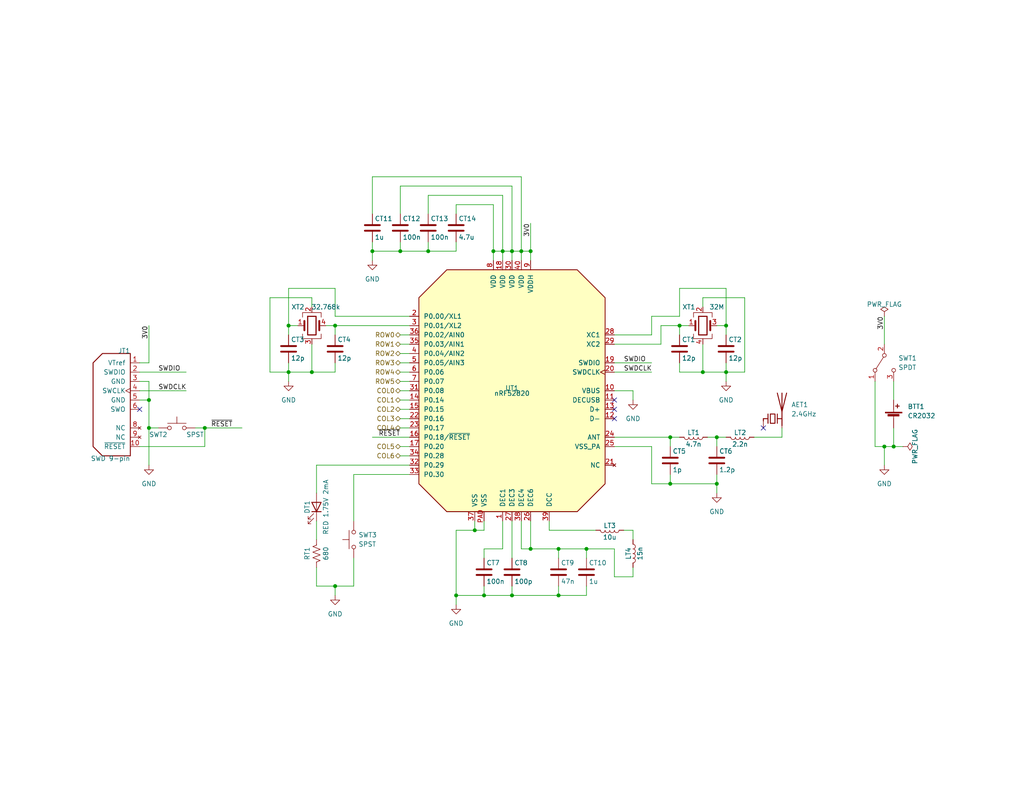
<source format=kicad_sch>
(kicad_sch (version 20211123) (generator eeschema)
  (paper "USLetter")
  (title_block (title "ErgoDox Wireless - Keyboard") (date "2023-01-05") (rev "0") (company "Andrew Mass") (comment 1 "Microcontroller"))
  (lib_symbols
    (symbol "Device:Antenna_Chip" (pin_numbers hide) (pin_names (offset 1.016) hide)
      (property "Reference" "AE" (at 0 5.08 0))
      (property "Value" "Antenna_Chip" (at 0 3.175 0))
      (symbol "Antenna_Chip_0_1"
        (polyline (pts (xy -2.54 0) (xy -2.54 -0.635)) (stroke (width 0.254)))
        (polyline (pts (xy -2.54 0) (xy -1.27 0)) (stroke (width 0.254)))
        (polyline (pts (xy 1.27 0) (xy 2.54 0)) (stroke (width 0.254)))
        (polyline (pts (xy 1.27 1.27) (xy 1.27 -1.27)) (stroke (width 0.254)))
        (polyline (pts (xy 2.54 -0.635) (xy 2.54 0)))
        (polyline (pts (xy 2.54 6.985) (xy 2.54 -1.905)) (stroke (width 0.254)))
        (polyline (pts (xy -1.27 1.27) (xy -1.27 -1.27) (xy -1.27 0)) (stroke (width 0.254)))
        (polyline (pts (xy 3.81 6.985) (xy 2.54 1.905) (xy 1.27 6.985)) (stroke (width 0.254)))
        (polyline (pts (xy -0.635 1.27) (xy 0.635 1.27) (xy 0.635 -1.27) (xy -0.635 -1.27) (xy -0.635 1.27)) (stroke (width 0.254)))
      )
      (symbol "Antenna_Chip_1_1"
        (pin input line (at -2.54 -2.54 90) (length 2.54) (name "FEED") (number "1"))
        (pin passive line (at 2.54 -2.54 90) (length 2.54) (name "PCB_Trace") (number "2"))
      )
    )
    (symbol "Device:Battery_Cell" (pin_numbers hide) (pin_names (offset 0) hide)
      (property "Reference" "BT" (at 2.54 2.54 0))
      (property "Value" "Battery_Cell" (at 2.54 0 0))
      (symbol "Battery_Cell_0_1"
        (rectangle (start -2.286 1.778) (end 2.286 1.524) (fill (type outline)))
        (rectangle (start -1.5748 1.1938) (end 1.4732 0.6858) (fill (type outline)))
        (polyline (pts (xy 0 0.762) (xy 0 0)))
        (polyline (pts (xy 0 1.778) (xy 0 2.54)))
        (polyline (pts (xy 0.508 3.429) (xy 1.524 3.429)) (stroke (width 0.254)))
        (polyline (pts (xy 1.016 3.937) (xy 1.016 2.921)) (stroke (width 0.254)))
      )
      (symbol "Battery_Cell_1_1"
        (pin passive line (at 0 5.08 270) (length 2.54) (name "+") (number "1"))
        (pin passive line (at 0 -2.54 90) (length 2.54) (name "-") (number "2"))
      )
    )
    (symbol "Device:C" (pin_numbers hide) (pin_names (offset 0.254))
      (property "Reference" "C" (at 0.635 2.54 0))
      (property "Value" "C" (at 0.635 -2.54 0))
      (symbol "C_0_1"
        (polyline (pts (xy -2.032 -0.762) (xy 2.032 -0.762)) (stroke (width 0.508)))
        (polyline (pts (xy -2.032 0.762) (xy 2.032 0.762)) (stroke (width 0.508)))
      )
      (symbol "C_1_1"
        (pin passive line (at 0 3.81 270) (length 2.794) (name "~") (number "1"))
        (pin passive line (at 0 -3.81 90) (length 2.794) (name "~") (number "2"))
      )
    )
    (symbol "Device:Crystal_GND23" (pin_names (offset 1.016) hide)
      (property "Reference" "Y" (at 3.175 5.08 0))
      (property "Value" "Crystal_GND23" (at 3.175 3.175 0))
      (symbol "Crystal_GND23_0_1"
        (rectangle (start -1.143 2.54) (end 1.143 -2.54) (stroke (width 0.3048)))
        (polyline (pts (xy -2.54 0) (xy -2.032 0)))
        (polyline (pts (xy -2.032 -1.27) (xy -2.032 1.27)) (stroke (width 0.508)))
        (polyline (pts (xy 0 -3.81) (xy 0 -3.556)))
        (polyline (pts (xy 0 3.556) (xy 0 3.81)))
        (polyline (pts (xy 2.032 -1.27) (xy 2.032 1.27)) (stroke (width 0.508)))
        (polyline (pts (xy 2.032 0) (xy 2.54 0)))
        (polyline (pts (xy -2.54 -2.286) (xy -2.54 -3.556) (xy 2.54 -3.556) (xy 2.54 -2.286)))
        (polyline (pts (xy -2.54 2.286) (xy -2.54 3.556) (xy 2.54 3.556) (xy 2.54 2.286)))
      )
      (symbol "Crystal_GND23_1_1"
        (pin passive line (at -3.81 0 0) (length 1.27) (name "1") (number "1"))
        (pin passive line (at 0 5.08 270) (length 1.27) (name "2") (number "2"))
        (pin passive line (at 0 -5.08 90) (length 1.27) (name "3") (number "3"))
        (pin passive line (at 3.81 0 180) (length 1.27) (name "4") (number "4"))
      )
    )
    (symbol "Device:Crystal_GND24" (pin_names (offset 1.016) hide)
      (property "Reference" "Y" (at 3.175 5.08 0))
      (property "Value" "Crystal_GND24" (at 3.175 3.175 0))
      (symbol "Crystal_GND24_0_1"
        (rectangle (start -1.143 2.54) (end 1.143 -2.54) (stroke (width 0.3048)))
        (polyline (pts (xy -2.54 0) (xy -2.032 0)))
        (polyline (pts (xy -2.032 -1.27) (xy -2.032 1.27)) (stroke (width 0.508)))
        (polyline (pts (xy 0 -3.81) (xy 0 -3.556)))
        (polyline (pts (xy 0 3.556) (xy 0 3.81)))
        (polyline (pts (xy 2.032 -1.27) (xy 2.032 1.27)) (stroke (width 0.508)))
        (polyline (pts (xy 2.032 0) (xy 2.54 0)))
        (polyline (pts (xy -2.54 -2.286) (xy -2.54 -3.556) (xy 2.54 -3.556) (xy 2.54 -2.286)))
        (polyline (pts (xy -2.54 2.286) (xy -2.54 3.556) (xy 2.54 3.556) (xy 2.54 2.286)))
      )
      (symbol "Crystal_GND24_1_1"
        (pin passive line (at -3.81 0 0) (length 1.27) (name "1") (number "1"))
        (pin passive line (at 0 5.08 270) (length 1.27) (name "2") (number "2"))
        (pin passive line (at 3.81 0 180) (length 1.27) (name "3") (number "3"))
        (pin passive line (at 0 -5.08 90) (length 1.27) (name "4") (number "4"))
      )
    )
    (symbol "Device:L" (pin_numbers hide) (pin_names (offset 1.016) hide)
      (property "Reference" "L" (at -1.27 0 90))
      (property "Value" "L" (at 1.905 0 90))
      (symbol "L_0_1"
        (arc (start 0 -2.54) (mid 0.635 -1.905) (end 0 -1.27))
        (arc (start 0 -1.27) (mid 0.635 -0.635) (end 0 0))
        (arc (start 0 0) (mid 0.635 0.635) (end 0 1.27))
        (arc (start 0 1.27) (mid 0.635 1.905) (end 0 2.54))
      )
      (symbol "L_1_1"
        (pin passive line (at 0 3.81 270) (length 1.27) (name "1") (number "1"))
        (pin passive line (at 0 -3.81 90) (length 1.27) (name "2") (number "2"))
      )
    )
    (symbol "Device:LED" (pin_numbers hide) (pin_names (offset 1.016) hide)
      (property "Reference" "D" (at 0 2.54 0))
      (property "Value" "LED" (at 0 -2.54 0))
      (symbol "LED_0_1"
        (polyline (pts (xy -1.27 -1.27) (xy -1.27 1.27)) (stroke (width 0.254)))
        (polyline (pts (xy -1.27 0) (xy 1.27 0)))
        (polyline (pts (xy 1.27 -1.27) (xy 1.27 1.27) (xy -1.27 0) (xy 1.27 -1.27)) (stroke (width 0.254)))
        (polyline (pts (xy -3.048 -0.762) (xy -4.572 -2.286) (xy -3.81 -2.286) (xy -4.572 -2.286) (xy -4.572 -1.524)))
        (polyline (pts (xy -1.778 -0.762) (xy -3.302 -2.286) (xy -2.54 -2.286) (xy -3.302 -2.286) (xy -3.302 -1.524)))
      )
      (symbol "LED_1_1"
        (pin passive line (at -3.81 0 0) (length 2.54) (name "K") (number "1"))
        (pin passive line (at 3.81 0 180) (length 2.54) (name "A") (number "2"))
      )
    )
    (symbol "Device:R_US" (pin_numbers hide) (pin_names (offset 0))
      (property "Reference" "R" (at 2.54 0 90))
      (property "Value" "R_US" (at -2.54 0 90))
      (symbol "R_US_0_1"
        (polyline (pts (xy 0 -2.286) (xy 0 -2.54)))
        (polyline (pts (xy 0 2.286) (xy 0 2.54)))
        (polyline (pts (xy 0 -0.762) (xy 1.016 -1.143) (xy 0 -1.524) (xy -1.016 -1.905) (xy 0 -2.286)))
        (polyline (pts (xy 0 0.762) (xy 1.016 0.381) (xy 0 0) (xy -1.016 -0.381) (xy 0 -0.762)))
        (polyline (pts (xy 0 2.286) (xy 1.016 1.905) (xy 0 1.524) (xy -1.016 1.143) (xy 0 0.762)))
      )
      (symbol "R_US_1_1"
        (pin passive line (at 0 3.81 270) (length 1.27) (name "~") (number "1"))
        (pin passive line (at 0 -3.81 90) (length 1.27) (name "~") (number "2"))
      )
    )
    (symbol "Switch:SW_Push" (pin_numbers hide) (pin_names (offset 1.016) hide)
      (property "Reference" "SW" (at 1.27 2.54 0))
      (property "Value" "SW_Push" (at 0 -1.524 0))
      (symbol "SW_Push_0_1"
        (circle (center -2.032 0) (radius 0.508))
        (polyline (pts (xy 0 1.27) (xy 0 3.048)))
        (polyline (pts (xy 2.54 1.27) (xy -2.54 1.27)))
        (circle (center 2.032 0) (radius 0.508))
        (pin passive line (at -5.08 0 0) (length 2.54) (name "1") (number "1"))
        (pin passive line (at 5.08 0 180) (length 2.54) (name "2") (number "2"))
      )
    )
    (symbol "Switch:SW_SPDT" (pin_names (offset 0) hide)
      (property "Reference" "SW" (at 0 4.318 0))
      (property "Value" "SW_SPDT" (at 0 -5.08 0))
      (symbol "SW_SPDT_0_0"
        (circle (center -2.032 0) (radius 0.508))
        (circle (center 2.032 -2.54) (radius 0.508))
      )
      (symbol "SW_SPDT_0_1"
        (polyline (pts (xy -1.524 0.254) (xy 1.651 2.286)))
        (circle (center 2.032 2.54) (radius 0.508))
      )
      (symbol "SW_SPDT_1_1"
        (pin passive line (at 5.08 2.54 180) (length 2.54) (name "A") (number "1"))
        (pin passive line (at -5.08 0 0) (length 2.54) (name "B") (number "2"))
        (pin passive line (at 5.08 -2.54 180) (length 2.54) (name "C") (number "3"))
      )
    )
    (symbol "mass:SWD 9-pin" (pin_names (offset 1.27))
      (property "Reference" "J" (at 2.54 7.62 0))
      (property "Value" "SWD 9-pin" (at 2.54 -20.32 0))
      (symbol "SWD 9-pin_0_1"
        (polyline (pts (xy 2.54 7.62) (xy -5.08 7.62) (xy -7.62 5.08) (xy -7.62 -17.78) (xy -5.08 -20.32) (xy 2.54 -20.32) (xy 2.54 7.62)) (stroke (width 0.254)))
      )
      (symbol "SWD 9-pin_1_1"
        (pin power_in line (at 5.08 5.08 180) (length 2.54) (name "VTref") (number "1"))
        (pin output line (at 5.08 -17.78 180) (length 2.54) (name "~{RESET}") (number "10"))
        (pin bidirectional line (at 5.08 2.54 180) (length 2.54) (name "SWDIO") (number "2"))
        (pin power_in line (at 5.08 0 180) (length 2.54) (name "GND") (number "3"))
        (pin output clock (at 5.08 -2.54 180) (length 2.54) (name "SWCLK") (number "4"))
        (pin power_in line (at 5.08 -5.08 180) (length 2.54) (name "GND") (number "5"))
        (pin bidirectional line (at 5.08 -7.62 180) (length 2.54) (name "SWO") (number "6"))
        (pin no_connect line (at 5.08 -12.7 180) (length 2.54) (name "NC") (number "8"))
        (pin no_connect line (at 5.08 -15.24 180) (length 2.54) (name "NC") (number "9"))
      )
    )
    (symbol "mass:nRF52820" (pin_names (offset 1.27))
      (property "Reference" "U" (at 0 1.27 0))
      (property "Value" "nRF52820" (at 0 -1.27 0))
      (symbol "nRF52820_0_1"
        (polyline (pts (xy -25.4 25.4) (xy -17.78 33.02) (xy 17.78 33.02) (xy 25.4 25.4) (xy 25.4 -25.4) (xy 17.78 -33.02) (xy -17.78 -33.02) (xy -25.4 -25.4) (xy -25.4 25.4)) (stroke (width 0.254)) (fill (type background)))
      )
      (symbol "nRF52820_1_1"
        (pin passive line (at -2.54 -35.56 90) (length 2.54) (name "DEC1") (number "1"))
        (pin power_in line (at 27.94 0 180) (length 2.54) (name "VBUS") (number "10"))
        (pin passive line (at 27.94 -2.54 180) (length 2.54) (name "DECUSB") (number "11"))
        (pin bidirectional line (at 27.94 -7.62 180) (length 2.54) (name "D-") (number "12"))
        (pin bidirectional line (at 27.94 -5.08 180) (length 2.54) (name "D+") (number "13"))
        (pin bidirectional line (at -27.94 -2.54 0) (length 2.54) (name "P0.14") (number "14"))
        (pin bidirectional line (at -27.94 -5.08 0) (length 2.54) (name "P0.15") (number "15"))
        (pin bidirectional line (at -27.94 -12.7 0) (length 2.54) (name "P0.18/~{RESET}") (number "16"))
        (pin bidirectional line (at -27.94 -15.24 0) (length 2.54) (name "P0.20") (number "17"))
        (pin power_in line (at -2.54 35.56 270) (length 2.54) (name "VDD") (number "18"))
        (pin bidirectional line (at 27.94 7.62 180) (length 2.54) (name "SWDIO") (number "19"))
        (pin bidirectional line (at -27.94 20.32 0) (length 2.54) (name "P0.00/XL1") (number "2"))
        (pin input clock (at 27.94 5.08 180) (length 2.54) (name "SWDCLK") (number "20"))
        (pin no_connect line (at 27.94 -20.32 180) (length 2.54) (name "NC") (number "21"))
        (pin bidirectional line (at -27.94 -7.62 0) (length 2.54) (name "P0.16") (number "22"))
        (pin bidirectional line (at -27.94 -10.16 0) (length 2.54) (name "P0.17") (number "23"))
        (pin bidirectional line (at 27.94 -12.7 180) (length 2.54) (name "ANT") (number "24"))
        (pin power_in line (at 27.94 -15.24 180) (length 2.54) (name "VSS_PA") (number "25"))
        (pin passive line (at 5.08 -35.56 90) (length 2.54) (name "DEC6") (number "26"))
        (pin passive line (at 0 -35.56 90) (length 2.54) (name "DEC3") (number "27"))
        (pin input line (at 27.94 15.24 180) (length 2.54) (name "XC1") (number "28"))
        (pin input line (at 27.94 12.7 180) (length 2.54) (name "XC2") (number "29"))
        (pin bidirectional line (at -27.94 17.78 0) (length 2.54) (name "P0.01/XL2") (number "3"))
        (pin power_in line (at 0 35.56 270) (length 2.54) (name "VDD") (number "30"))
        (pin bidirectional line (at -27.94 0 0) (length 2.54) (name "P0.08") (number "31"))
        (pin bidirectional line (at -27.94 -20.32 0) (length 2.54) (name "P0.29") (number "32"))
        (pin bidirectional line (at -27.94 -22.86 0) (length 2.54) (name "P0.30") (number "33"))
        (pin bidirectional line (at -27.94 -17.78 0) (length 2.54) (name "P0.28") (number "34"))
        (pin bidirectional line (at -27.94 12.7 0) (length 2.54) (name "P0.03/AIN1") (number "35"))
        (pin bidirectional line (at -27.94 15.24 0) (length 2.54) (name "P0.02/AIN0") (number "36"))
        (pin power_in line (at -10.16 -35.56 90) (length 2.54) (name "VSS") (number "37"))
        (pin passive line (at 2.54 -35.56 90) (length 2.54) (name "DEC4") (number "38"))
        (pin power_out line (at 10.16 -35.56 90) (length 2.54) (name "DCC") (number "39"))
        (pin bidirectional line (at -27.94 10.16 0) (length 2.54) (name "P0.04/AIN2") (number "4"))
        (pin power_in line (at 2.54 35.56 270) (length 2.54) (name "VDD") (number "40"))
        (pin bidirectional line (at -27.94 7.62 0) (length 2.54) (name "P0.05/AIN3") (number "5"))
        (pin bidirectional line (at -27.94 5.08 0) (length 2.54) (name "P0.06") (number "6"))
        (pin bidirectional line (at -27.94 2.54 0) (length 2.54) (name "P0.07") (number "7"))
        (pin power_in line (at -5.08 35.56 270) (length 2.54) (name "VDD") (number "8"))
        (pin power_in line (at 5.08 35.56 270) (length 2.54) (name "VDDH") (number "9"))
        (pin power_in line (at -7.62 -35.56 90) (length 2.54) (name "VSS") (number "PAD"))
      )
    )
    (symbol "power:GND" (power) (pin_names (offset 0))
      (property "Value" "GND" (at 0 -3.81 0))
      (symbol "GND_0_1"
        (polyline (pts (xy 0 0) (xy 0 -1.27) (xy 1.27 -1.27) (xy 0 -2.54) (xy -1.27 -1.27) (xy 0 -1.27)))
      )
      (symbol "GND_1_1"
        (pin power_in line (at 0 0 270) (length 0) hide (name "GND") (number "1"))
      )
    )
    (symbol "power:PWR_FLAG" (power) (pin_numbers hide) (pin_names (offset 0) hide)
      (property "Value" "PWR_FLAG" (at 0 3.81 0))
      (symbol "PWR_FLAG_0_0"
        (pin power_out line (at 0 0 90) (length 0) (name "pwr") (number "1"))
      )
      (symbol "PWR_FLAG_0_1"
        (polyline (pts (xy 0 0) (xy 0 1.27) (xy -1.016 1.905) (xy 0 2.54) (xy 1.016 1.905) (xy 0 1.27)))
      )
    )
  )
  (junction (at 40.64 116.84))
  (junction (at 101.6 68.58))
  (junction (at 144.78 68.58))
  (junction (at 78.74 88.9))
  (junction (at 85.09 101.6))
  (junction (at 243.84 121.92))
  (junction (at 182.88 132.08))
  (junction (at 152.4 162.56))
  (junction (at 182.88 119.38))
  (junction (at 40.64 109.22))
  (junction (at 160.02 149.86))
  (junction (at 78.74 101.6))
  (junction (at 124.46 162.56))
  (junction (at 129.54 144.78))
  (junction (at 198.12 101.6))
  (junction (at 55.88 116.84))
  (junction (at 91.44 160.02))
  (junction (at 142.24 68.58))
  (junction (at 191.77 101.6))
  (junction (at 144.78 149.86))
  (junction (at 195.58 132.08))
  (junction (at 109.22 68.58))
  (junction (at 132.08 162.56))
  (junction (at 116.84 68.58))
  (junction (at 139.7 162.56))
  (junction (at 241.3 121.92))
  (junction (at 137.16 68.58))
  (junction (at 91.44 88.9))
  (junction (at 198.12 88.9))
  (junction (at 134.62 68.58))
  (junction (at 185.42 88.9))
  (junction (at 152.4 149.86))
  (junction (at 139.7 68.58))
  (junction (at 195.58 119.38))
  (no_connect (at 208.28 116.84))
  (no_connect (at 38.1 111.76))
  (no_connect (at 167.64 111.76))
  (no_connect (at 167.64 114.3))
  (no_connect (at 167.64 109.22))
  (wire (pts (xy 78.74 101.6) (xy 78.74 104.14)))
  (wire (pts (xy 137.16 68.58) (xy 137.16 71.12)))
  (wire (pts (xy 180.34 88.9) (xy 185.42 88.9)))
  (wire (pts (xy 124.46 162.56) (xy 124.46 165.1)))
  (wire (pts (xy 101.6 66.04) (xy 101.6 68.58)))
  (wire (pts (xy 137.16 142.24) (xy 137.16 149.86)))
  (wire (pts (xy 134.62 68.58) (xy 137.16 68.58)))
  (wire (pts (xy 139.7 142.24) (xy 139.7 152.4)))
  (wire (pts (xy 91.44 99.06) (xy 91.44 101.6)))
  (wire (pts (xy 55.88 116.84) (xy 66.04 116.84)))
  (wire (pts (xy 38.1 121.92) (xy 55.88 121.92)))
  (wire (pts (xy 132.08 152.4) (xy 132.08 149.86)))
  (wire (pts (xy 91.44 160.02) (xy 96.52 160.02)))
  (wire (pts (xy 144.78 60.96) (xy 144.78 68.58)))
  (wire (pts (xy 167.64 157.48) (xy 172.72 157.48)))
  (wire (pts (xy 170.18 144.78) (xy 172.72 144.78)))
  (wire (pts (xy 191.77 93.98) (xy 191.77 101.6)))
  (wire (pts (xy 185.42 99.06) (xy 185.42 101.6)))
  (wire (pts (xy 195.58 129.54) (xy 195.58 132.08)))
  (wire (pts (xy 167.64 91.44) (xy 177.8 91.44)))
  (wire (pts (xy 238.76 104.14) (xy 238.76 121.92)))
  (wire (pts (xy 139.7 68.58) (xy 139.7 71.12)))
  (wire (pts (xy 109.22 104.14) (xy 111.76 104.14)))
  (wire (pts (xy 195.58 119.38) (xy 198.12 119.38)))
  (wire (pts (xy 73.66 81.28) (xy 85.09 81.28)))
  (wire (pts (xy 109.22 68.58) (xy 101.6 68.58)))
  (wire (pts (xy 73.66 81.28) (xy 73.66 101.6)))
  (wire (pts (xy 241.3 121.92) (xy 243.84 121.92)))
  (wire (pts (xy 78.74 78.74) (xy 78.74 88.9)))
  (wire (pts (xy 132.08 142.24) (xy 132.08 144.78)))
  (wire (pts (xy 38.1 104.14) (xy 40.64 104.14)))
  (wire (pts (xy 137.16 68.58) (xy 139.7 68.58)))
  (wire (pts (xy 109.22 116.84) (xy 111.76 116.84)))
  (wire (pts (xy 109.22 106.68) (xy 111.76 106.68)))
  (wire (pts (xy 111.76 127) (xy 86.36 127)))
  (wire (pts (xy 124.46 144.78) (xy 124.46 162.56)))
  (wire (pts (xy 160.02 149.86) (xy 160.02 152.4)))
  (wire (pts (xy 152.4 162.56) (xy 139.7 162.56)))
  (wire (pts (xy 144.78 142.24) (xy 144.78 149.86)))
  (wire (pts (xy 129.54 144.78) (xy 132.08 144.78)))
  (wire (pts (xy 185.42 101.6) (xy 191.77 101.6)))
  (wire (pts (xy 191.77 83.82) (xy 191.77 81.28)))
  (wire (pts (xy 78.74 99.06) (xy 78.74 101.6)))
  (wire (pts (xy 101.6 48.26) (xy 142.24 48.26)))
  (wire (pts (xy 109.22 91.44) (xy 111.76 91.44)))
  (wire (pts (xy 172.72 144.78) (xy 172.72 147.32)))
  (wire (pts (xy 198.12 88.9) (xy 198.12 91.44)))
  (wire (pts (xy 191.77 101.6) (xy 198.12 101.6)))
  (wire (pts (xy 195.58 88.9) (xy 198.12 88.9)))
  (wire (pts (xy 101.6 119.38) (xy 111.76 119.38)))
  (wire (pts (xy 198.12 101.6) (xy 203.2 101.6)))
  (wire (pts (xy 182.88 119.38) (xy 182.88 121.92)))
  (wire (pts (xy 132.08 160.02) (xy 132.08 162.56)))
  (wire (pts (xy 167.64 106.68) (xy 172.72 106.68)))
  (wire (pts (xy 198.12 99.06) (xy 198.12 101.6)))
  (wire (pts (xy 243.84 121.92) (xy 246.38 121.92)))
  (wire (pts (xy 172.72 154.94) (xy 172.72 157.48)))
  (wire (pts (xy 185.42 78.74) (xy 198.12 78.74)))
  (wire (pts (xy 38.1 106.68) (xy 50.8 106.68)))
  (wire (pts (xy 86.36 127) (xy 86.36 134.62)))
  (wire (pts (xy 86.36 154.94) (xy 86.36 160.02)))
  (wire (pts (xy 167.64 149.86) (xy 160.02 149.86)))
  (wire (pts (xy 88.9 88.9) (xy 91.44 88.9)))
  (wire (pts (xy 109.22 121.92) (xy 111.76 121.92)))
  (wire (pts (xy 142.24 68.58) (xy 142.24 71.12)))
  (wire (pts (xy 152.4 149.86) (xy 152.4 152.4)))
  (wire (pts (xy 109.22 111.76) (xy 111.76 111.76)))
  (wire (pts (xy 124.46 66.04) (xy 124.46 68.58)))
  (wire (pts (xy 109.22 96.52) (xy 111.76 96.52)))
  (wire (pts (xy 167.64 119.38) (xy 182.88 119.38)))
  (wire (pts (xy 86.36 142.24) (xy 86.36 147.32)))
  (wire (pts (xy 78.74 78.74) (xy 91.44 78.74)))
  (wire (pts (xy 177.8 132.08) (xy 182.88 132.08)))
  (wire (pts (xy 152.4 149.86) (xy 144.78 149.86)))
  (wire (pts (xy 109.22 99.06) (xy 111.76 99.06)))
  (wire (pts (xy 142.24 68.58) (xy 144.78 68.58)))
  (wire (pts (xy 132.08 149.86) (xy 137.16 149.86)))
  (wire (pts (xy 185.42 86.36) (xy 177.8 86.36)))
  (wire (pts (xy 167.64 149.86) (xy 167.64 157.48)))
  (wire (pts (xy 198.12 101.6) (xy 198.12 104.14)))
  (wire (pts (xy 167.64 101.6) (xy 177.8 101.6)))
  (wire (pts (xy 142.24 149.86) (xy 144.78 149.86)))
  (wire (pts (xy 109.22 66.04) (xy 109.22 68.58)))
  (wire (pts (xy 152.4 162.56) (xy 160.02 162.56)))
  (wire (pts (xy 129.54 144.78) (xy 124.46 144.78)))
  (wire (pts (xy 40.64 116.84) (xy 43.18 116.84)))
  (wire (pts (xy 91.44 78.74) (xy 91.44 86.36)))
  (wire (pts (xy 40.64 104.14) (xy 40.64 109.22)))
  (wire (pts (xy 241.3 86.36) (xy 241.3 93.98)))
  (wire (pts (xy 182.88 129.54) (xy 182.88 132.08)))
  (wire (pts (xy 134.62 55.88) (xy 134.62 68.58)))
  (wire (pts (xy 213.36 119.38) (xy 213.36 116.84)))
  (wire (pts (xy 55.88 116.84) (xy 55.88 121.92)))
  (wire (pts (xy 132.08 162.56) (xy 139.7 162.56)))
  (wire (pts (xy 38.1 101.6) (xy 50.8 101.6)))
  (wire (pts (xy 185.42 86.36) (xy 185.42 78.74)))
  (wire (pts (xy 243.84 104.14) (xy 243.84 109.22)))
  (wire (pts (xy 185.42 88.9) (xy 185.42 91.44)))
  (wire (pts (xy 85.09 93.98) (xy 85.09 101.6)))
  (wire (pts (xy 116.84 53.34) (xy 137.16 53.34)))
  (wire (pts (xy 91.44 88.9) (xy 91.44 91.44)))
  (wire (pts (xy 149.86 142.24) (xy 149.86 144.78)))
  (wire (pts (xy 96.52 129.54) (xy 96.52 142.24)))
  (wire (pts (xy 203.2 81.28) (xy 203.2 101.6)))
  (wire (pts (xy 78.74 88.9) (xy 78.74 91.44)))
  (wire (pts (xy 101.6 58.42) (xy 101.6 48.26)))
  (wire (pts (xy 167.64 93.98) (xy 180.34 93.98)))
  (wire (pts (xy 124.46 55.88) (xy 134.62 55.88)))
  (wire (pts (xy 241.3 127) (xy 241.3 121.92)))
  (wire (pts (xy 91.44 160.02) (xy 91.44 162.56)))
  (wire (pts (xy 109.22 109.22) (xy 111.76 109.22)))
  (wire (pts (xy 40.64 116.84) (xy 40.64 127)))
  (wire (pts (xy 109.22 93.98) (xy 111.76 93.98)))
  (wire (pts (xy 109.22 101.6) (xy 111.76 101.6)))
  (wire (pts (xy 116.84 58.42) (xy 116.84 53.34)))
  (wire (pts (xy 116.84 68.58) (xy 109.22 68.58)))
  (wire (pts (xy 139.7 68.58) (xy 142.24 68.58)))
  (wire (pts (xy 85.09 83.82) (xy 85.09 81.28)))
  (wire (pts (xy 109.22 114.3) (xy 111.76 114.3)))
  (wire (pts (xy 139.7 50.8) (xy 139.7 68.58)))
  (wire (pts (xy 182.88 119.38) (xy 185.42 119.38)))
  (wire (pts (xy 73.66 101.6) (xy 78.74 101.6)))
  (wire (pts (xy 101.6 68.58) (xy 101.6 71.12)))
  (wire (pts (xy 172.72 106.68) (xy 172.72 109.22)))
  (wire (pts (xy 96.52 152.4) (xy 96.52 160.02)))
  (wire (pts (xy 180.34 93.98) (xy 180.34 88.9)))
  (wire (pts (xy 109.22 124.46) (xy 111.76 124.46)))
  (wire (pts (xy 38.1 99.06) (xy 40.64 99.06)))
  (wire (pts (xy 195.58 132.08) (xy 195.58 134.62)))
  (wire (pts (xy 139.7 160.02) (xy 139.7 162.56)))
  (wire (pts (xy 85.09 101.6) (xy 91.44 101.6)))
  (wire (pts (xy 91.44 88.9) (xy 111.76 88.9)))
  (wire (pts (xy 167.64 121.92) (xy 177.8 121.92)))
  (wire (pts (xy 205.74 119.38) (xy 213.36 119.38)))
  (wire (pts (xy 78.74 101.6) (xy 85.09 101.6)))
  (wire (pts (xy 198.12 78.74) (xy 198.12 88.9)))
  (wire (pts (xy 144.78 68.58) (xy 144.78 71.12)))
  (wire (pts (xy 109.22 58.42) (xy 109.22 50.8)))
  (wire (pts (xy 86.36 160.02) (xy 91.44 160.02)))
  (wire (pts (xy 116.84 66.04) (xy 116.84 68.58)))
  (wire (pts (xy 243.84 116.84) (xy 243.84 121.92)))
  (wire (pts (xy 182.88 132.08) (xy 195.58 132.08)))
  (wire (pts (xy 40.64 109.22) (xy 40.64 116.84)))
  (wire (pts (xy 160.02 162.56) (xy 160.02 160.02)))
  (wire (pts (xy 38.1 109.22) (xy 40.64 109.22)))
  (wire (pts (xy 177.8 121.92) (xy 177.8 132.08)))
  (wire (pts (xy 109.22 50.8) (xy 139.7 50.8)))
  (wire (pts (xy 238.76 121.92) (xy 241.3 121.92)))
  (wire (pts (xy 160.02 149.86) (xy 152.4 149.86)))
  (wire (pts (xy 195.58 119.38) (xy 195.58 121.92)))
  (wire (pts (xy 124.46 68.58) (xy 116.84 68.58)))
  (wire (pts (xy 53.34 116.84) (xy 55.88 116.84)))
  (wire (pts (xy 137.16 53.34) (xy 137.16 68.58)))
  (wire (pts (xy 134.62 68.58) (xy 134.62 71.12)))
  (wire (pts (xy 152.4 162.56) (xy 152.4 160.02)))
  (wire (pts (xy 142.24 142.24) (xy 142.24 149.86)))
  (wire (pts (xy 149.86 144.78) (xy 162.56 144.78)))
  (wire (pts (xy 124.46 162.56) (xy 132.08 162.56)))
  (wire (pts (xy 111.76 86.36) (xy 91.44 86.36)))
  (wire (pts (xy 40.64 88.9) (xy 40.64 99.06)))
  (wire (pts (xy 191.77 81.28) (xy 203.2 81.28)))
  (wire (pts (xy 96.52 129.54) (xy 111.76 129.54)))
  (wire (pts (xy 177.8 86.36) (xy 177.8 91.44)))
  (wire (pts (xy 124.46 58.42) (xy 124.46 55.88)))
  (wire (pts (xy 167.64 99.06) (xy 177.8 99.06)))
  (wire (pts (xy 78.74 88.9) (xy 81.28 88.9)))
  (wire (pts (xy 142.24 48.26) (xy 142.24 68.58)))
  (wire (pts (xy 185.42 88.9) (xy 187.96 88.9)))
  (wire (pts (xy 195.58 119.38) (xy 193.04 119.38)))
  (wire (pts (xy 129.54 142.24) (xy 129.54 144.78)))
  (label "SWDIO" (at 43.18 101.6 0))
  (label "SWDIO" (at 170.18 99.06 0))
  (label "SWDCLK" (at 43.18 106.68 0))
  (label "3V0" (at 40.64 88.9 270))
  (label "3V0" (at 241.3 86.36 270))
  (label "~{RESET}" (at 63.5 116.84 180))
  (label "SWDCLK" (at 170.18 101.6 0))
  (label "3V0" (at 144.78 60.96 270))
  (label "~{RESET}" (at 109.22 119.38 180))
  (hierarchical_label "COL4" (shape bidirectional) (at 109.22 116.84 180))
  (hierarchical_label "COL0" (shape bidirectional) (at 109.22 106.68 180))
  (hierarchical_label "ROW1" (shape bidirectional) (at 109.22 93.98 180))
  (hierarchical_label "ROW5" (shape bidirectional) (at 109.22 104.14 180))
  (hierarchical_label "COL1" (shape bidirectional) (at 109.22 109.22 180))
  (hierarchical_label "ROW3" (shape bidirectional) (at 109.22 99.06 180))
  (hierarchical_label "ROW0" (shape bidirectional) (at 109.22 91.44 180))
  (hierarchical_label "COL2" (shape bidirectional) (at 109.22 111.76 180))
  (hierarchical_label "ROW4" (shape bidirectional) (at 109.22 101.6 180))
  (hierarchical_label "COL5" (shape bidirectional) (at 109.22 121.92 180))
  (hierarchical_label "COL3" (shape bidirectional) (at 109.22 114.3 180))
  (hierarchical_label "ROW2" (shape bidirectional) (at 109.22 96.52 180))
  (hierarchical_label "COL6" (shape bidirectional) (at 109.22 124.46 180))
  (symbol (lib_id "Device:C") (at 91.44 95.25 0) (unit 1)
    (property "Reference" "CT4" (at 92.075 92.71 0) (effects (justify left)))
    (property "Value" "12p" (at 92.075 97.79 0) (effects (justify left)))
    (property "Footprint" "mass:0603" (effects hide))
  )
  (symbol (lib_id "power:PWR_FLAG") (at 241.3 86.36 0) (unit 1)
    (property "Reference" "#FLG0101" (effects hide))
    (property "Value" "PWR_FLAG" (at 241.3 83.82 0) (effects (justify bottom)))
  )
  (symbol (lib_id "Device:C") (at 124.46 62.23 0) (unit 1)
    (property "Reference" "CT14" (at 125.095 59.69 0) (effects (justify left)))
    (property "Value" "4.7u" (at 125.095 64.77 0) (effects (justify left)))
    (property "Footprint" "mass:0603" (effects hide))
  )
  (symbol (lib_id "Switch:SW_Push") (at 48.26 116.84 0) (mirror y) (unit 1)
    (property "Reference" "SWT2" (at 45.72 119.38 0) (effects (justify left bottom)))
    (property "Value" "SPST" (at 50.8 119.38 0) (effects (justify right bottom)))
    (property "Footprint" "mass:430152043836" (effects hide))
  )
  (symbol (lib_id "Device:C") (at 198.12 95.25 0) (unit 1)
    (property "Reference" "CT2" (at 198.755 92.71 0) (effects (justify left)))
    (property "Value" "12p" (at 198.755 97.79 0) (effects (justify left)))
    (property "Footprint" "mass:0603" (effects hide))
  )
  (symbol (lib_id "power:GND") (at 172.72 109.22 0) (unit 1)
    (property "Reference" "#PWR0103" (effects hide))
    (property "Value" "GND" (at 172.72 114.3 0))
  )
  (symbol (lib_id "power:GND") (at 78.74 104.14 0) (unit 1)
    (property "Reference" "#PWR0101" (effects hide))
    (property "Value" "GND" (at 78.74 109.22 0))
  )
  (symbol (lib_id "Device:C") (at 195.58 125.73 0) (unit 1)
    (property "Reference" "CT6" (at 196.215 123.19 0) (effects (justify left)))
    (property "Value" "1.2p" (at 196.215 128.27 0) (effects (justify left)))
    (property "Footprint" "mass:0402" (effects hide))
  )
  (symbol (lib_id "Device:Crystal_GND24") (at 191.77 88.9 0) (unit 1)
    (property "Reference" "XT1" (at 187.96 83.82 0))
    (property "Value" "32M" (at 195.58 83.82 0))
    (property "Footprint" "mass:TSX-3225" (effects hide))
  )
  (symbol (lib_id "Device:C") (at 78.74 95.25 0) (unit 1)
    (property "Reference" "CT3" (at 79.375 92.71 0) (effects (justify left)))
    (property "Value" "12p" (at 79.375 97.79 0) (effects (justify left)))
    (property "Footprint" "mass:0603" (effects hide))
  )
  (symbol (lib_id "Device:C") (at 132.08 156.21 0) (unit 1)
    (property "Reference" "CT7" (at 132.715 153.67 0) (effects (justify left)))
    (property "Value" "100n" (at 132.715 158.75 0) (effects (justify left)))
    (property "Footprint" "mass:0603" (effects hide))
  )
  (symbol (lib_id "power:GND") (at 91.44 162.56 0) (unit 1)
    (property "Reference" "#PWR0107" (effects hide))
    (property "Value" "GND" (at 91.44 167.64 0))
  )
  (symbol (lib_id "Device:C") (at 182.88 125.73 0) (unit 1)
    (property "Reference" "CT5" (at 183.515 123.19 0) (effects (justify left)))
    (property "Value" "1p" (at 183.515 128.27 0) (effects (justify left)))
    (property "Footprint" "mass:0402" (effects hide))
  )
  (symbol (lib_id "Device:C") (at 109.22 62.23 0) (unit 1)
    (property "Reference" "CT12" (at 109.855 59.69 0) (effects (justify left)))
    (property "Value" "100n" (at 109.855 64.77 0) (effects (justify left)))
    (property "Footprint" "mass:0603" (effects hide))
  )
  (symbol (lib_id "mass:SWD 9-pin") (at 33.02 104.14 0) (unit 1)
    (property "Reference" "JT1" (at 35.56 96.52 0) (effects (justify right bottom)))
    (property "Value" "SWD 9-pin" (at 35.56 124.46 0) (effects (justify right top)))
    (property "Footprint" "mass:SAMTEC_FTSH-105-01-L-DV-007" (effects hide))
  )
  (symbol (lib_id "Device:L") (at 166.37 144.78 90) (mirror x) (unit 1)
    (property "Reference" "LT3" (at 166.37 143.51 90))
    (property "Value" "10u" (at 166.37 146.685 90))
    (property "Footprint" "mass:0603" (effects hide))
  )
  (symbol (lib_id "Device:Battery_Cell") (at 243.84 114.3 0) (unit 1)
    (property "Reference" "BTT1" (at 247.65 110.9979 0) (effects (justify left)))
    (property "Value" "CR2032" (at 247.65 113.5379 0) (effects (justify left)))
    (property "Footprint" "mass:BU2032SM-BT-GTR" (effects hide))
  )
  (symbol (lib_id "power:GND") (at 241.3 127 0) (unit 1)
    (property "Reference" "#PWR0105" (effects hide))
    (property "Value" "GND" (at 241.3 132.08 0))
  )
  (symbol (lib_id "Device:C") (at 160.02 156.21 0) (unit 1)
    (property "Reference" "CT10" (at 160.655 153.67 0) (effects (justify left)))
    (property "Value" "1u" (at 160.655 158.75 0) (effects (justify left)))
    (property "Footprint" "mass:0603" (effects hide))
  )
  (symbol (lib_id "Device:R_US") (at 86.36 151.13 0) (mirror y) (unit 1)
    (property "Reference" "RT1" (at 83.82 151.13 90))
    (property "Value" "680" (at 88.9 151.13 90))
    (property "Footprint" "mass:0603" (effects hide))
  )
  (symbol (lib_id "power:GND") (at 40.64 127 0) (unit 1)
    (property "Reference" "#PWR0109" (effects hide))
    (property "Value" "GND" (at 40.64 132.08 0))
  )
  (symbol (lib_id "Device:C") (at 101.6 62.23 0) (unit 1)
    (property "Reference" "CT11" (at 102.235 59.69 0) (effects (justify left)))
    (property "Value" "1u" (at 102.235 64.77 0) (effects (justify left)))
    (property "Footprint" "mass:0603" (effects hide))
  )
  (symbol (lib_id "power:GND") (at 101.6 71.12 0) (unit 1)
    (property "Reference" "#PWR0108" (effects hide))
    (property "Value" "GND" (at 101.6 76.2 0))
  )
  (symbol (lib_id "Device:C") (at 116.84 62.23 0) (unit 1)
    (property "Reference" "CT13" (at 117.475 59.69 0) (effects (justify left)))
    (property "Value" "100n" (at 117.475 64.77 0) (effects (justify left)))
    (property "Footprint" "mass:0603" (effects hide))
  )
  (symbol (lib_id "Device:Antenna_Chip") (at 210.82 114.3 0) (unit 1)
    (property "Reference" "AET1" (at 215.9 110.4899 0) (effects (justify left)))
    (property "Value" "2.4GHz" (at 215.9 113.0299 0) (effects (justify left)))
    (property "Footprint" "mass:2450AT18A100E" (effects hide))
  )
  (symbol (lib_id "Switch:SW_SPDT") (at 241.3 99.06 90) (mirror x) (unit 1)
    (property "Reference" "SWT1" (at 245.11 97.7899 90) (effects (justify right)))
    (property "Value" "SPDT" (at 245.11 100.3299 90) (effects (justify right)))
    (property "Footprint" "mass:JS102011SCQN" (effects hide))
  )
  (symbol (lib_id "Switch:SW_Push") (at 96.52 147.32 90) (unit 1)
    (property "Reference" "SWT3" (at 97.79 146.0499 90) (effects (justify right)))
    (property "Value" "SPST" (at 97.79 148.5899 90) (effects (justify right)))
    (property "Footprint" "mass:430152043836" (effects hide))
  )
  (symbol (lib_id "Device:L") (at 172.72 151.13 0) (unit 1)
    (property "Reference" "LT4" (at 171.45 151.13 90))
    (property "Value" "15n" (at 174.625 151.13 90))
    (property "Footprint" "mass:0603" (effects hide))
  )
  (symbol (lib_id "power:GND") (at 124.46 165.1 0) (unit 1)
    (property "Reference" "#PWR0106" (effects hide))
    (property "Value" "GND" (at 124.46 170.18 0))
  )
  (symbol (lib_id "Device:C") (at 185.42 95.25 0) (unit 1)
    (property "Reference" "CT1" (at 186.055 92.71 0) (effects (justify left)))
    (property "Value" "12p" (at 186.055 97.79 0) (effects (justify left)))
    (property "Footprint" "mass:0603" (effects hide))
  )
  (symbol (lib_id "Device:LED") (at 86.36 138.43 270) (mirror x) (unit 1)
    (property "Reference" "DT1" (at 83.82 138.43 0))
    (property "Value" "RED 1.75V 2mA" (at 88.9 138.43 0))
    (property "Footprint" "LED_SMD:LED_0603_1608Metric_Pad1.05x0.95mm_HandSolder" (effects hide))
  )
  (symbol (lib_id "Device:L") (at 189.23 119.38 90) (mirror x) (unit 1)
    (property "Reference" "LT1" (at 189.23 118.11 90))
    (property "Value" "4.7n" (at 189.23 121.285 90))
    (property "Footprint" "mass:0402" (effects hide))
  )
  (symbol (lib_id "Device:C") (at 139.7 156.21 0) (unit 1)
    (property "Reference" "CT8" (at 140.335 153.67 0) (effects (justify left)))
    (property "Value" "100p" (at 140.335 158.75 0) (effects (justify left)))
    (property "Footprint" "mass:0603" (effects hide))
  )
  (symbol (lib_id "power:PWR_FLAG") (at 246.38 121.92 270) (unit 1)
    (property "Reference" "#FLG0103" (effects hide))
    (property "Value" "PWR_FLAG" (at 248.92 121.92 0) (effects (justify bottom)))
  )
  (symbol (lib_id "mass:nRF52820") (at 139.7 106.68 0) (unit 1)
    (property "Reference" "UT1" (at 139.7 106.68 0) (effects (justify bottom)))
    (property "Value" "nRF52820" (at 139.7 106.68 0) (effects (justify top)))
    (property "Footprint" "mass:QFN-40" (effects hide))
  )
  (symbol (lib_id "Device:Crystal_GND23") (at 85.09 88.9 0) (unit 1)
    (property "Reference" "XT2" (at 81.28 83.82 0))
    (property "Value" "32.768k" (at 88.9 83.82 0))
    (property "Footprint" "mass:MC-146" (effects hide))
  )
  (symbol (lib_id "Device:L") (at 201.93 119.38 90) (mirror x) (unit 1)
    (property "Reference" "LT2" (at 201.93 118.11 90))
    (property "Value" "2.2n" (at 201.93 121.285 90))
    (property "Footprint" "mass:0402" (effects hide))
  )
  (symbol (lib_id "power:GND") (at 198.12 104.14 0) (unit 1)
    (property "Reference" "#PWR0104" (effects hide))
    (property "Value" "GND" (at 198.12 109.22 0))
  )
  (symbol (lib_id "power:GND") (at 195.58 134.62 0) (unit 1)
    (property "Reference" "#PWR0102" (effects hide))
    (property "Value" "GND" (at 195.58 139.7 0))
  )
  (symbol (lib_id "Device:C") (at 152.4 156.21 0) (unit 1)
    (property "Reference" "CT9" (at 153.035 153.67 0) (effects (justify left)))
    (property "Value" "47n" (at 153.035 158.75 0) (effects (justify left)))
    (property "Footprint" "mass:0603" (effects hide))
  )
)
</source>
